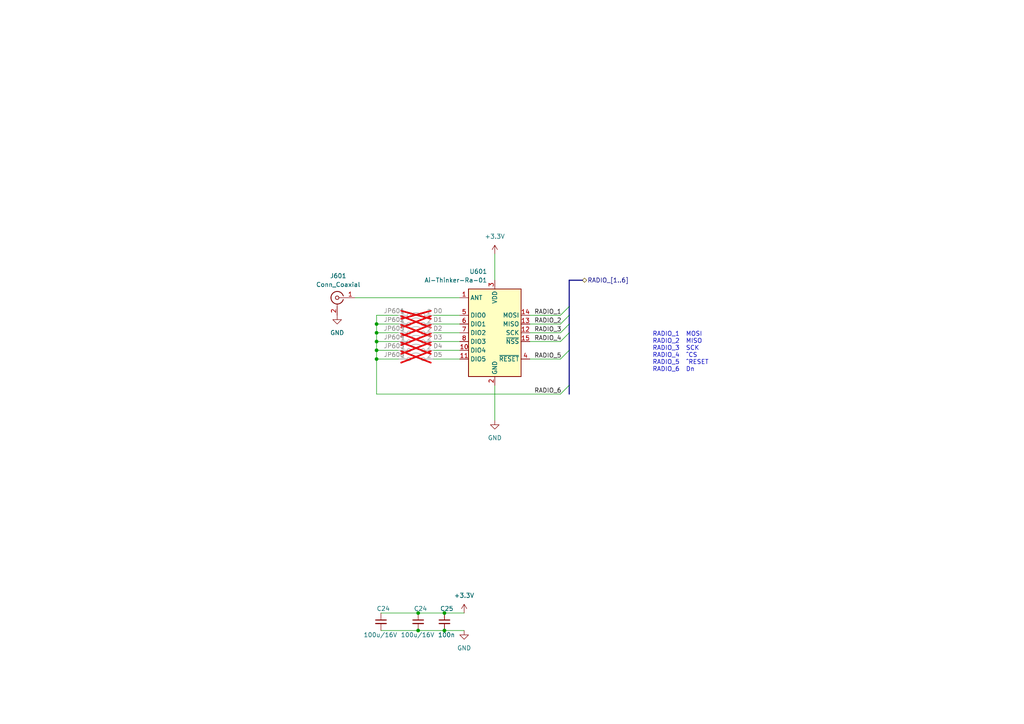
<source format=kicad_sch>
(kicad_sch (version 20231120) (generator "eeschema") (generator_version "8.0")
  (paper "A4")
  (lib_symbols
    (symbol "Connector:Conn_Coaxial" (pin_names (offset 1.016) hide)
      (property "Reference" "J" (at 0.254 3.048 0))
      (property "Value" "Conn_Coaxial" (at 2.921 0 90))
      (symbol "Conn_Coaxial_0_1"
        (arc (start -1.778 -0.508) (mid 0.2311 -1.8066) (end 1.778 0) (stroke (width 0.254)))
        (polyline (pts (xy -2.54 0) (xy -0.508 0)))
        (polyline (pts (xy 0 -2.54) (xy 0 -1.778)))
        (circle (center 0 0) (radius 0.508) (stroke (width 0.2032)))
        (arc (start 1.778 0) (mid 0.2099 1.8101) (end -1.778 0.508) (stroke (width 0.254)))
      )
      (symbol "Conn_Coaxial_1_1"
        (pin passive line (at -5.08 0 0) (length 2.54) (name "In") (number "1"))
        (pin passive line (at 0 -5.08 90) (length 2.54) (name "Ext") (number "2"))
      )
    )
    (symbol "Device:C_Small" (pin_numbers hide) (pin_names (offset 0.254) hide)
      (property "Reference" "C" (at 0.254 1.778 0))
      (property "Value" "C_Small" (at 0.254 -2.032 0))
      (symbol "C_Small_0_1"
        (polyline (pts (xy -1.524 -0.508) (xy 1.524 -0.508)) (stroke (width 0.3302)))
        (polyline (pts (xy -1.524 0.508) (xy 1.524 0.508)) (stroke (width 0.3048)))
      )
      (symbol "C_Small_1_1"
        (pin passive line (at 0 2.54 270) (length 2.032) (name "~") (number "1"))
        (pin passive line (at 0 -2.54 90) (length 2.032) (name "~") (number "2"))
      )
    )
    (symbol "Jumper:Jumper_2_Bridged" (pin_names (offset 0) hide)
      (property "Reference" "JP" (at 0 1.905 0))
      (property "Value" "Jumper_2_Bridged" (at 0 -2.54 0))
      (symbol "Jumper_2_Bridged_0_0"
        (circle (center -2.032 0) (radius 0.508))
        (circle (center 2.032 0) (radius 0.508))
      )
      (symbol "Jumper_2_Bridged_0_1"
        (arc (start 1.524 0.254) (mid 0 0.762) (end -1.524 0.254))
      )
      (symbol "Jumper_2_Bridged_1_1"
        (pin passive line (at -5.08 0 0) (length 2.54) (name "A") (number "1"))
        (pin passive line (at 5.08 0 180) (length 2.54) (name "B") (number "2"))
      )
    )
    (symbol "Jumper:Jumper_2_Open" (pin_names (offset 0) hide)
      (property "Reference" "JP" (at 0 2.794 0))
      (property "Value" "Jumper_2_Open" (at 0 -2.286 0))
      (symbol "Jumper_2_Open_0_0"
        (circle (center -2.032 0) (radius 0.508))
        (circle (center 2.032 0) (radius 0.508))
      )
      (symbol "Jumper_2_Open_0_1"
        (arc (start 1.524 1.27) (mid 0 1.778) (end -1.524 1.27))
      )
      (symbol "Jumper_2_Open_1_1"
        (pin passive line (at -5.08 0 0) (length 2.54) (name "A") (number "1"))
        (pin passive line (at 5.08 0 180) (length 2.54) (name "B") (number "2"))
      )
    )
    (symbol "RF_Module:Ai-Thinker-Ra-01"
      (property "Reference" "U" (at 2.54 17.78 0))
      (property "Value" "Ai-Thinker-Ra-01" (at 13.97 -15.24 0))
      (symbol "Ai-Thinker-Ra-01_0_1"
        (rectangle (start -7.62 12.7) (end 7.62 -12.7) (stroke (width 0.254)) (fill (type background)))
      )
      (symbol "Ai-Thinker-Ra-01_1_1"
        (pin passive line (at 10.16 10.16 180) (length 2.54) (name "ANT") (number "1"))
        (pin bidirectional line (at 10.16 -5.08 180) (length 2.54) (name "DIO4") (number "10"))
        (pin bidirectional line (at 10.16 -7.62 180) (length 2.54) (name "DIO5") (number "11"))
        (pin input line (at -10.16 0 0) (length 2.54) (name "SCK") (number "12"))
        (pin output line (at -10.16 2.54 0) (length 2.54) (name "MISO") (number "13"))
        (pin input line (at -10.16 5.08 0) (length 2.54) (name "MOSI") (number "14"))
        (pin input line (at -10.16 -2.54 0) (length 2.54) (name "~{NSS}") (number "15"))
        (pin passive line (at 0 -15.24 90) (length 2.54) hide (name "GND") (number "16"))
        (pin power_in line (at 0 -15.24 90) (length 2.54) (name "GND") (number "2"))
        (pin power_in line (at 0 15.24 270) (length 2.54) (name "VDD") (number "3"))
        (pin input line (at -10.16 -7.62 0) (length 2.54) (name "~{RESET}") (number "4"))
        (pin bidirectional line (at 10.16 5.08 180) (length 2.54) (name "DIO0") (number "5"))
        (pin bidirectional line (at 10.16 2.54 180) (length 2.54) (name "DIO1") (number "6"))
        (pin bidirectional line (at 10.16 0 180) (length 2.54) (name "DIO2") (number "7"))
        (pin bidirectional line (at 10.16 -2.54 180) (length 2.54) (name "DIO3") (number "8"))
        (pin passive line (at 0 -15.24 90) (length 2.54) hide (name "GND") (number "9"))
      )
    )
    (symbol "power:+3.3V" (power) (pin_names (offset 0))
      (property "Value" "+3.3V" (at 0 3.556 0))
      (symbol "+3.3V_0_1"
        (polyline (pts (xy -0.762 1.27) (xy 0 2.54)))
        (polyline (pts (xy 0 0) (xy 0 2.54)))
        (polyline (pts (xy 0 2.54) (xy 0.762 1.27)))
      )
      (symbol "+3.3V_1_1"
        (pin power_in line (at 0 0 90) (length 0) hide (name "+3.3V") (number "1"))
      )
    )
    (symbol "power:GND" (power) (pin_names (offset 0))
      (property "Value" "GND" (at 0 -3.81 0))
      (symbol "GND_0_1"
        (polyline (pts (xy 0 0) (xy 0 -1.27) (xy 1.27 -1.27) (xy 0 -2.54) (xy -1.27 -1.27) (xy 0 -1.27)))
      )
      (symbol "GND_1_1"
        (pin power_in line (at 0 0 270) (length 0) hide (name "GND") (number "1"))
      )
    )
  )
  (junction (at 109.22 96.52))
  (junction (at 109.22 101.6))
  (junction (at 128.905 182.88))
  (junction (at 109.22 104.14))
  (junction (at 109.22 99.06))
  (junction (at 121.285 177.8))
  (junction (at 109.22 93.98))
  (junction (at 128.905 177.8))
  (junction (at 121.285 182.88))
  (bus_entry (at 162.56 93.98) (size 2.54 -2.54))
  (bus_entry (at 165.1 111.76) (size -2.54 2.54))
  (bus_entry (at 162.56 104.14) (size 2.54 -2.54))
  (bus_entry (at 162.56 99.06) (size 2.54 -2.54))
  (bus_entry (at 162.56 96.52) (size 2.54 -2.54))
  (bus_entry (at 162.56 91.44) (size 2.54 -2.54))
  (wire (pts (xy 134.62 182.88) (xy 128.905 182.88)))
  (wire (pts (xy 125.73 101.6) (xy 133.35 101.6)))
  (bus (pts (xy 165.1 101.6) (xy 165.1 96.52)))
  (wire (pts (xy 110.49 182.88) (xy 121.285 182.88)))
  (wire (pts (xy 102.87 86.36) (xy 133.35 86.36)))
  (bus (pts (xy 165.1 96.52) (xy 165.1 93.98)))
  (wire (pts (xy 109.22 91.44) (xy 109.22 93.98)))
  (wire (pts (xy 143.51 73.66) (xy 143.51 81.28)))
  (wire (pts (xy 153.67 104.14) (xy 162.56 104.14)))
  (bus (pts (xy 165.1 93.98) (xy 165.1 91.44)))
  (wire (pts (xy 109.22 104.14) (xy 109.22 114.3)))
  (wire (pts (xy 153.67 96.52) (xy 162.56 96.52)))
  (wire (pts (xy 109.22 101.6) (xy 109.22 104.14)))
  (wire (pts (xy 125.73 104.14) (xy 133.35 104.14)))
  (wire (pts (xy 125.73 91.44) (xy 133.35 91.44)))
  (wire (pts (xy 125.73 99.06) (xy 133.35 99.06)))
  (bus (pts (xy 165.1 81.28) (xy 168.91 81.28)))
  (bus (pts (xy 165.1 111.76) (xy 165.1 114.3)))
  (wire (pts (xy 121.285 182.88) (xy 128.905 182.88)))
  (wire (pts (xy 109.22 99.06) (xy 109.22 101.6)))
  (bus (pts (xy 165.1 111.76) (xy 165.1 101.6)))
  (wire (pts (xy 109.22 96.52) (xy 109.22 99.06)))
  (wire (pts (xy 110.49 177.8) (xy 121.285 177.8)))
  (wire (pts (xy 143.51 121.92) (xy 143.51 111.76)))
  (bus (pts (xy 165.1 91.44) (xy 165.1 88.9)))
  (wire (pts (xy 134.62 177.8) (xy 128.905 177.8)))
  (wire (pts (xy 109.22 93.98) (xy 115.57 93.98)))
  (wire (pts (xy 125.73 93.98) (xy 133.35 93.98)))
  (wire (pts (xy 153.67 99.06) (xy 162.56 99.06)))
  (wire (pts (xy 115.57 91.44) (xy 109.22 91.44)))
  (wire (pts (xy 121.285 177.8) (xy 128.905 177.8)))
  (wire (pts (xy 109.22 114.3) (xy 162.56 114.3)))
  (wire (pts (xy 109.22 99.06) (xy 115.57 99.06)))
  (wire (pts (xy 153.67 91.44) (xy 162.56 91.44)))
  (wire (pts (xy 125.73 96.52) (xy 133.35 96.52)))
  (bus (pts (xy 165.1 88.9) (xy 165.1 81.28)))
  (wire (pts (xy 109.22 104.14) (xy 115.57 104.14)))
  (wire (pts (xy 109.22 93.98) (xy 109.22 96.52)))
  (wire (pts (xy 109.22 96.52) (xy 115.57 96.52)))
  (wire (pts (xy 153.67 93.98) (xy 162.56 93.98)))
  (wire (pts (xy 109.22 101.6) (xy 115.57 101.6)))
  (text "RADIO_1  MOSI\nRADIO_2  MISO\nRADIO_3  SCK\nRADIO_4  ^CS\nRADIO_5  ^RESET\nRADIO_6  Dn\n" (at 189.23 107.95 0) (effects (font (size 1.27 1.27)) (justify left bottom)))
  (label "RADIO_2" (at 154.94 93.98 0))
  (label "RADIO_1" (at 154.94 91.44 0))
  (label "RADIO_4" (at 154.94 99.06 0))
  (label "RADIO_3" (at 154.94 96.52 0))
  (label "RADIO_5" (at 154.94 104.14 0))
  (label "RADIO_6" (at 154.94 114.3 0))
  (hierarchical_label "RADIO_[1..6]" (shape bidirectional) (at 168.91 81.28 0))
  (symbol (lib_id "Device:C_Small") (at 121.285 180.34 0) (unit 1)
    (property "Reference" "C24" (at 120.015 176.53 0) (effects (justify left)))
    (property "Value" "100u/16V" (at 116.205 184.15 0) (effects (justify left)))
    (property "Footprint" "Capacitor_SMD:C_1210_3225Metric" (effects (hide yes)))
    (property "LCSC" "C90143" (effects (hide yes)))
    (instances (project "NIKOLA-02-E-001_PCAScannerController_R1" (path "" (reference "C24") (unit 1))) (project "Nice-Buoy-V1_1" (path "" (reference "C602") (unit 1))))
  )
  (symbol (lib_id "power:+3.3V") (at 143.51 73.66 0) (unit 1)
    (property "Reference" "#PWR0604" (effects (hide yes)))
    (property "Value" "+3.3V" (at 143.51 68.58 0))
  )
  (symbol (lib_id "Jumper:Jumper_2_Open") (at 120.65 96.52 0) (unit 1) (in_bom no) (dnp yes)
    (property "Reference" "JP603" (at 114.3 95.25 0))
    (property "Value" "D2" (at 127 95.25 0))
    (property "Footprint" "Jumper:SolderJumper-2_P1.3mm_Open_RoundedPad1.0x1.5mm" (effects (hide yes)))
  )
  (symbol (lib_id "power:GND") (at 97.79 91.44 0) (unit 1)
    (property "Reference" "#PWR0601" (effects (hide yes)))
    (property "Value" "GND" (at 97.79 96.52 0))
  )
  (symbol (lib_id "power:GND") (at 134.62 182.88 0) (unit 1)
    (property "Reference" "#PWR0603" (effects (hide yes)))
    (property "Value" "GND" (at 134.62 187.96 0))
  )
  (symbol (lib_id "Device:C_Small") (at 110.49 180.34 0) (unit 1)
    (property "Reference" "C24" (at 109.22 176.53 0) (effects (justify left)))
    (property "Value" "100u/16V" (at 105.41 184.15 0) (effects (justify left)))
    (property "Footprint" "Capacitor_SMD:C_1210_3225Metric" (effects (hide yes)))
    (property "LCSC" "C90143" (effects (hide yes)))
    (instances (project "NIKOLA-02-E-001_PCAScannerController_R1" (path "" (reference "C24") (unit 1))) (project "Nice-Buoy-V1_1" (path "" (reference "C601") (unit 1))))
  )
  (symbol (lib_id "power:+3.3V") (at 134.62 177.8 0) (unit 1)
    (property "Reference" "#PWR0602" (effects (hide yes)))
    (property "Value" "+3.3V" (at 134.62 172.72 0))
  )
  (symbol (lib_id "Jumper:Jumper_2_Bridged") (at 120.65 91.44 0) (unit 1) (in_bom no) (dnp yes)
    (property "Reference" "JP601" (at 114.3 90.17 0))
    (property "Value" "D0" (at 127 90.17 0))
    (property "Footprint" "Jumper:SolderJumper-2_P1.3mm_Bridged_RoundedPad1.0x1.5mm" (effects (hide yes)))
  )
  (symbol (lib_id "Jumper:Jumper_2_Open") (at 120.65 99.06 0) (unit 1) (in_bom no) (dnp yes)
    (property "Reference" "JP604" (at 114.3 97.79 0))
    (property "Value" "D3" (at 127 97.79 0))
    (property "Footprint" "Jumper:SolderJumper-2_P1.3mm_Open_RoundedPad1.0x1.5mm" (effects (hide yes)))
  )
  (symbol (lib_id "power:GND") (at 143.51 121.92 0) (unit 1)
    (property "Reference" "#PWR0605" (effects (hide yes)))
    (property "Value" "GND" (at 143.51 127 0))
  )
  (symbol (lib_id "Jumper:Jumper_2_Open") (at 120.65 104.14 0) (unit 1) (in_bom no) (dnp yes)
    (property "Reference" "JP606" (at 114.3 102.87 0))
    (property "Value" "D5" (at 127 102.87 0))
    (property "Footprint" "Jumper:SolderJumper-2_P1.3mm_Open_RoundedPad1.0x1.5mm" (effects (hide yes)))
  )
  (symbol (lib_id "Jumper:Jumper_2_Open") (at 120.65 93.98 0) (unit 1) (in_bom no) (dnp yes)
    (property "Reference" "JP602" (at 114.3 92.71 0))
    (property "Value" "D1" (at 127 92.71 0))
    (property "Footprint" "Jumper:SolderJumper-2_P1.3mm_Open_RoundedPad1.0x1.5mm" (effects (hide yes)))
  )
  (symbol (lib_id "Connector:Conn_Coaxial") (at 97.79 86.36 0) (mirror y) (unit 1)
    (property "Reference" "J601" (at 98.1074 80.01 0))
    (property "Value" "Conn_Coaxial" (at 98.1074 82.55 0))
    (property "Footprint" "Connector_Coaxial:U.FL_Hirose_U.FL-R-SMT-1_Vertical" (effects (hide yes)))
    (property "Datasheet" " ~" (effects (hide yes)))
  )
  (symbol (lib_id "Device:C_Small") (at 128.905 180.34 0) (unit 1)
    (property "Reference" "C25" (at 127.635 176.53 0) (effects (justify left)))
    (property "Value" "100n" (at 127 184.15 0) (effects (justify left)))
    (property "Footprint" "A_Device:C_0603" (effects (hide yes)))
    (property "LCSC" "C14663" (effects (hide yes)))
    (instances (project "NIKOLA-02-E-001_PCAScannerController_R1" (path "" (reference "C25") (unit 1))) (project "Nice-Buoy-V1_1" (path "" (reference "C603") (unit 1))))
  )
  (symbol (lib_id "Jumper:Jumper_2_Open") (at 120.65 101.6 0) (unit 1) (in_bom no) (dnp yes)
    (property "Reference" "JP605" (at 114.3 100.33 0))
    (property "Value" "D4" (at 127 100.33 0))
    (property "Footprint" "Jumper:SolderJumper-2_P1.3mm_Open_RoundedPad1.0x1.5mm" (effects (hide yes)))
  )
  (symbol (lib_id "RF_Module:Ai-Thinker-Ra-01") (at 143.51 96.52 0) (mirror y) (unit 1)
    (property "Reference" "U601" (at 141.3159 78.74 0) (effects (justify left)))
    (property "Value" "Ai-Thinker-Ra-01" (at 141.3159 81.28 0) (effects (justify left)))
    (property "Footprint" "RF_Module:Ai-Thinker-Ra-01-LoRa" (effects (hide yes)))
    (property "Datasheet" "http://wiki.ai-thinker.com/_media/lora/docs/c047ps01a1_ra-01_product_specification_v1.1.pdf" (effects (hide yes)))
    (property "LCSC" "C90040" (effects (hide yes)))
  )
)
</source>
